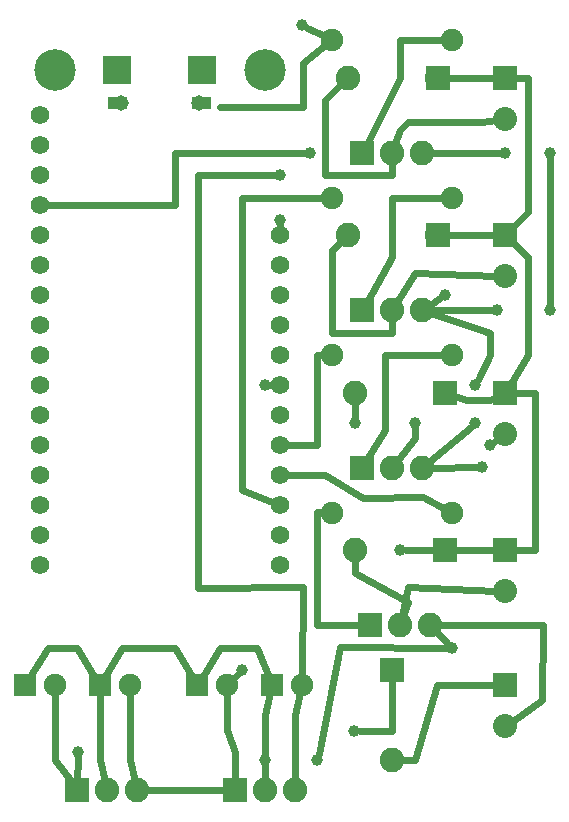
<source format=gbl>
G04 MADE WITH FRITZING*
G04 WWW.FRITZING.ORG*
G04 DOUBLE SIDED*
G04 HOLES PLATED*
G04 CONTOUR ON CENTER OF CONTOUR VECTOR*
%ASAXBY*%
%FSLAX23Y23*%
%MOIN*%
%OFA0B0*%
%SFA1.0B1.0*%
%ADD10C,0.039370*%
%ADD11C,0.082000*%
%ADD12C,0.075000*%
%ADD13C,0.080000*%
%ADD14C,0.138425*%
%ADD15C,0.095000*%
%ADD16C,0.051496*%
%ADD17C,0.062000*%
%ADD18R,0.082000X0.082000*%
%ADD19R,0.075000X0.075000*%
%ADD20R,0.080000X0.080000*%
%ADD21R,0.095000X0.095000*%
%ADD22C,0.024000*%
%ADD23R,0.001000X0.001000*%
%LNCOPPER0*%
G90*
G70*
G54D10*
X1070Y2642D03*
X1096Y2216D03*
X996Y2143D03*
X1746Y2216D03*
X1895Y2216D03*
X1720Y1693D03*
X1895Y1693D03*
X1545Y1743D03*
X1647Y1442D03*
X1446Y1317D03*
X1247Y1317D03*
X1670Y1168D03*
X1571Y566D03*
X1697Y1244D03*
X1647Y1317D03*
X946Y192D03*
X1121Y192D03*
X1396Y893D03*
X870Y493D03*
X1244Y290D03*
X323Y218D03*
X998Y1992D03*
X945Y1442D03*
G54D11*
X321Y92D03*
X421Y92D03*
X521Y92D03*
G54D12*
X721Y442D03*
X821Y442D03*
X971Y442D03*
X1071Y442D03*
G54D11*
X1296Y642D03*
X1396Y642D03*
X1496Y642D03*
X1271Y1167D03*
X1371Y1167D03*
X1471Y1167D03*
X1271Y1692D03*
X1371Y1692D03*
X1471Y1692D03*
X1271Y2217D03*
X1371Y2217D03*
X1471Y2217D03*
G54D13*
X1746Y2467D03*
X1746Y2330D03*
X1746Y892D03*
X1746Y755D03*
X1746Y1417D03*
X1746Y1280D03*
X1746Y1942D03*
X1746Y1805D03*
G54D14*
X246Y2492D03*
G54D15*
X738Y2492D03*
G54D16*
X726Y2382D03*
G54D17*
X196Y842D03*
X196Y942D03*
X196Y1042D03*
X196Y1142D03*
X196Y1242D03*
X196Y1342D03*
X196Y1442D03*
X196Y1542D03*
X196Y1642D03*
G54D14*
X946Y2492D03*
G54D17*
X196Y1742D03*
X196Y1842D03*
X196Y1942D03*
X196Y2042D03*
X196Y2142D03*
X196Y2242D03*
X196Y2342D03*
X996Y1942D03*
X996Y1842D03*
X996Y1742D03*
X996Y1642D03*
X996Y1542D03*
X996Y1442D03*
X996Y1342D03*
X996Y1242D03*
X996Y1142D03*
X996Y1042D03*
X996Y942D03*
X996Y842D03*
G54D16*
X466Y2382D03*
G54D15*
X454Y2492D03*
G54D11*
X846Y92D03*
X946Y92D03*
X1046Y92D03*
X1546Y892D03*
X1248Y892D03*
X1546Y1417D03*
X1248Y1417D03*
X1521Y1942D03*
X1223Y1942D03*
X1521Y2467D03*
X1223Y2467D03*
G54D12*
X1171Y1017D03*
X1571Y1017D03*
X1571Y1542D03*
X1171Y1542D03*
X1571Y2067D03*
X1171Y2067D03*
X1571Y2592D03*
X1171Y2592D03*
X396Y442D03*
X496Y442D03*
X146Y442D03*
X246Y442D03*
G54D11*
X1371Y492D03*
X1371Y194D03*
G54D13*
X1746Y442D03*
X1746Y305D03*
G54D18*
X321Y92D03*
G54D19*
X721Y442D03*
X971Y442D03*
G54D18*
X1296Y642D03*
X1271Y1167D03*
X1271Y1692D03*
X1271Y2217D03*
G54D20*
X1746Y2467D03*
X1746Y892D03*
X1746Y1417D03*
X1746Y1942D03*
G54D21*
X738Y2492D03*
X454Y2492D03*
G54D18*
X846Y92D03*
X1547Y892D03*
X1547Y1417D03*
X1522Y1942D03*
X1522Y2467D03*
G54D19*
X396Y442D03*
X146Y442D03*
G54D18*
X1371Y493D03*
G54D20*
X1746Y442D03*
G54D22*
X1145Y2605D02*
X1087Y2634D01*
D02*
X647Y2216D02*
X1077Y2216D01*
D02*
X647Y2041D02*
X647Y2216D01*
D02*
X723Y2141D02*
X977Y2143D01*
D02*
X1621Y2467D02*
X1715Y2467D01*
D02*
X1553Y2467D02*
X1621Y2467D01*
D02*
X1822Y2018D02*
X1768Y1964D01*
D02*
X1822Y2467D02*
X1822Y2018D01*
D02*
X1777Y2467D02*
X1822Y2467D01*
D02*
X1396Y2292D02*
X1381Y2248D01*
D02*
X1422Y2318D02*
X1396Y2292D01*
D02*
X1670Y2318D02*
X1422Y2318D01*
D02*
X1715Y2325D02*
X1670Y2318D01*
D02*
X964Y1442D02*
X967Y1442D01*
D02*
X1072Y2368D02*
X796Y2368D01*
D02*
X1072Y2517D02*
X1072Y2368D01*
D02*
X1148Y2575D02*
X1072Y2517D01*
D02*
X1396Y2467D02*
X1285Y2246D01*
D02*
X1396Y2593D02*
X1396Y2467D01*
D02*
X1542Y2592D02*
X1396Y2593D01*
D02*
X1145Y2391D02*
X1200Y2445D01*
D02*
X1370Y2143D02*
X1145Y2143D01*
D02*
X1145Y2143D02*
X1145Y2391D01*
D02*
X1370Y2185D02*
X1370Y2143D01*
D02*
X1701Y1693D02*
X1503Y1692D01*
D02*
X1895Y2197D02*
X1895Y1712D01*
D02*
X1503Y2217D02*
X1727Y2216D01*
D02*
X1621Y1942D02*
X1715Y1942D01*
D02*
X1553Y1942D02*
X1621Y1942D01*
D02*
X1822Y1543D02*
X1762Y1444D01*
D02*
X1822Y1617D02*
X1822Y1543D01*
D02*
X1822Y1868D02*
X1822Y1617D01*
D02*
X1768Y1921D02*
X1822Y1868D01*
D02*
X1446Y1816D02*
X1388Y1720D01*
D02*
X1715Y1806D02*
X1446Y1816D01*
D02*
X1370Y1868D02*
X1287Y1720D01*
D02*
X1370Y2067D02*
X1370Y1868D01*
D02*
X1542Y2067D02*
X1370Y2067D01*
D02*
X1171Y1892D02*
X1200Y1920D01*
D02*
X1370Y1617D02*
X1171Y1617D01*
D02*
X1171Y1617D02*
X1171Y1892D01*
D02*
X1370Y1660D02*
X1370Y1617D01*
D02*
X870Y1092D02*
X969Y1053D01*
D02*
X870Y2067D02*
X870Y1092D01*
D02*
X1142Y2067D02*
X870Y2067D01*
D02*
X225Y2042D02*
X647Y2041D01*
D02*
X1529Y1732D02*
X1497Y1710D01*
D02*
X1121Y1244D02*
X1025Y1243D01*
D02*
X1121Y1542D02*
X1121Y1244D01*
D02*
X1142Y1542D02*
X1121Y1542D01*
D02*
X997Y1973D02*
X997Y1971D01*
D02*
X1072Y768D02*
X723Y767D01*
D02*
X723Y767D02*
X723Y2141D01*
D02*
X1071Y471D02*
X1072Y768D01*
D02*
X1697Y1393D02*
X1718Y1403D01*
D02*
X1621Y1393D02*
X1697Y1393D01*
D02*
X1576Y1407D02*
X1621Y1393D01*
D02*
X1697Y1616D02*
X1501Y1682D01*
D02*
X1697Y1543D02*
X1697Y1616D01*
D02*
X1655Y1459D02*
X1697Y1543D01*
D02*
X1495Y1188D02*
X1632Y1304D01*
D02*
X1846Y893D02*
X1777Y893D01*
D02*
X1846Y1416D02*
X1846Y893D01*
D02*
X1777Y1417D02*
X1846Y1416D01*
D02*
X1346Y1293D02*
X1287Y1195D01*
D02*
X1346Y1542D02*
X1346Y1293D01*
D02*
X1542Y1542D02*
X1346Y1542D01*
D02*
X1247Y1336D02*
X1248Y1385D01*
D02*
X1446Y1267D02*
X1446Y1298D01*
D02*
X1390Y1193D02*
X1446Y1267D01*
D02*
X1147Y1143D02*
X1025Y1143D01*
D02*
X1472Y1068D02*
X1273Y1066D01*
D02*
X1273Y1066D02*
X1147Y1143D01*
D02*
X1546Y1030D02*
X1472Y1068D01*
D02*
X1647Y893D02*
X1578Y893D01*
D02*
X1715Y893D02*
X1647Y893D01*
D02*
X1121Y1019D02*
X1142Y1018D01*
D02*
X1121Y642D02*
X1121Y1019D01*
D02*
X1264Y642D02*
X1121Y642D01*
D02*
X1247Y817D02*
X1248Y860D01*
D02*
X1422Y718D02*
X1247Y817D01*
D02*
X1406Y673D02*
X1422Y718D01*
D02*
X1422Y768D02*
X1403Y674D01*
D02*
X1715Y756D02*
X1422Y768D01*
D02*
X1571Y642D02*
X1528Y642D01*
D02*
X1871Y391D02*
X1872Y642D01*
D02*
X1772Y322D02*
X1871Y391D01*
D02*
X1651Y1168D02*
X1503Y1167D01*
D02*
X1519Y620D02*
X1558Y580D01*
D02*
X1697Y642D02*
X1571Y642D01*
D02*
X1872Y642D02*
X1697Y642D01*
D02*
X1721Y1261D02*
X1712Y1255D01*
D02*
X245Y192D02*
X302Y118D01*
D02*
X246Y414D02*
X245Y192D01*
D02*
X397Y192D02*
X396Y414D01*
D02*
X414Y124D02*
X397Y192D01*
D02*
X496Y192D02*
X513Y124D01*
D02*
X496Y414D02*
X496Y192D01*
D02*
X846Y124D02*
X847Y219D01*
D02*
X321Y566D02*
X381Y467D01*
D02*
X222Y566D02*
X321Y566D01*
D02*
X161Y467D02*
X222Y566D01*
D02*
X695Y93D02*
X814Y93D01*
D02*
X553Y93D02*
X695Y93D01*
D02*
X946Y124D02*
X946Y173D01*
D02*
X645Y566D02*
X706Y467D01*
D02*
X470Y566D02*
X645Y566D01*
D02*
X411Y467D02*
X470Y566D01*
D02*
X920Y566D02*
X960Y469D01*
D02*
X797Y566D02*
X920Y566D01*
D02*
X736Y467D02*
X797Y566D01*
D02*
X821Y292D02*
X821Y414D01*
D02*
X847Y219D02*
X821Y292D01*
D02*
X946Y341D02*
X946Y211D01*
D02*
X964Y415D02*
X946Y341D01*
D02*
X1046Y341D02*
X1064Y415D01*
D02*
X1046Y124D02*
X1046Y341D01*
D02*
X1196Y569D02*
X1125Y211D01*
D02*
X1552Y566D02*
X1196Y569D01*
D02*
X1415Y893D02*
X1514Y893D01*
D02*
X841Y463D02*
X857Y479D01*
D02*
X1370Y290D02*
X1371Y460D01*
D02*
X1263Y290D02*
X1370Y290D01*
D02*
X321Y124D02*
X323Y199D01*
D02*
X1446Y193D02*
X1403Y194D01*
D02*
X1519Y444D02*
X1446Y193D01*
D02*
X1715Y443D02*
X1519Y444D01*
G54D23*
X425Y2403D02*
X461Y2403D01*
X470Y2403D02*
X486Y2403D01*
X705Y2403D02*
X720Y2403D01*
X730Y2403D02*
X766Y2403D01*
X424Y2402D02*
X458Y2402D01*
X473Y2402D02*
X486Y2402D01*
X705Y2402D02*
X717Y2402D01*
X733Y2402D02*
X766Y2402D01*
X424Y2401D02*
X455Y2401D01*
X475Y2401D02*
X486Y2401D01*
X705Y2401D02*
X715Y2401D01*
X735Y2401D02*
X766Y2401D01*
X424Y2400D02*
X454Y2400D01*
X477Y2400D02*
X486Y2400D01*
X705Y2400D02*
X713Y2400D01*
X737Y2400D02*
X766Y2400D01*
X424Y2399D02*
X452Y2399D01*
X479Y2399D02*
X486Y2399D01*
X705Y2399D02*
X712Y2399D01*
X738Y2399D02*
X766Y2399D01*
X424Y2398D02*
X451Y2398D01*
X480Y2398D02*
X486Y2398D01*
X705Y2398D02*
X711Y2398D01*
X740Y2398D02*
X766Y2398D01*
X424Y2397D02*
X450Y2397D01*
X481Y2397D02*
X486Y2397D01*
X705Y2397D02*
X710Y2397D01*
X741Y2397D02*
X766Y2397D01*
X424Y2396D02*
X449Y2396D01*
X482Y2396D02*
X486Y2396D01*
X705Y2396D02*
X709Y2396D01*
X741Y2396D02*
X766Y2396D01*
X424Y2395D02*
X448Y2395D01*
X483Y2395D02*
X486Y2395D01*
X705Y2395D02*
X708Y2395D01*
X742Y2395D02*
X766Y2395D01*
X424Y2394D02*
X448Y2394D01*
X483Y2394D02*
X486Y2394D01*
X705Y2394D02*
X707Y2394D01*
X743Y2394D02*
X766Y2394D01*
X424Y2393D02*
X447Y2393D01*
X484Y2393D02*
X486Y2393D01*
X705Y2393D02*
X707Y2393D01*
X744Y2393D02*
X766Y2393D01*
X424Y2392D02*
X447Y2392D01*
X484Y2392D02*
X486Y2392D01*
X705Y2392D02*
X706Y2392D01*
X744Y2392D02*
X766Y2392D01*
X424Y2391D02*
X446Y2391D01*
X485Y2391D02*
X486Y2391D01*
X705Y2391D02*
X706Y2391D01*
X745Y2391D02*
X766Y2391D01*
X424Y2390D02*
X446Y2390D01*
X485Y2390D02*
X486Y2390D01*
X705Y2390D02*
X705Y2390D01*
X745Y2390D02*
X766Y2390D01*
X424Y2389D02*
X445Y2389D01*
X486Y2389D02*
X486Y2389D01*
X705Y2389D02*
X705Y2389D01*
X745Y2389D02*
X766Y2389D01*
X424Y2388D02*
X445Y2388D01*
X486Y2388D02*
X486Y2388D01*
X705Y2388D02*
X705Y2388D01*
X746Y2388D02*
X766Y2388D01*
X424Y2387D02*
X445Y2387D01*
X746Y2387D02*
X766Y2387D01*
X424Y2386D02*
X444Y2386D01*
X746Y2386D02*
X766Y2386D01*
X424Y2385D02*
X444Y2385D01*
X746Y2385D02*
X766Y2385D01*
X424Y2384D02*
X444Y2384D01*
X746Y2384D02*
X766Y2384D01*
X424Y2383D02*
X444Y2383D01*
X746Y2383D02*
X766Y2383D01*
X424Y2382D02*
X444Y2382D01*
X746Y2382D02*
X766Y2382D01*
X424Y2381D02*
X444Y2381D01*
X746Y2381D02*
X766Y2381D01*
X424Y2380D02*
X444Y2380D01*
X746Y2380D02*
X766Y2380D01*
X424Y2379D02*
X445Y2379D01*
X746Y2379D02*
X766Y2379D01*
X424Y2378D02*
X445Y2378D01*
X486Y2378D02*
X486Y2378D01*
X705Y2378D02*
X705Y2378D01*
X746Y2378D02*
X766Y2378D01*
X424Y2377D02*
X445Y2377D01*
X486Y2377D02*
X486Y2377D01*
X705Y2377D02*
X705Y2377D01*
X746Y2377D02*
X766Y2377D01*
X424Y2376D02*
X445Y2376D01*
X485Y2376D02*
X486Y2376D01*
X705Y2376D02*
X705Y2376D01*
X745Y2376D02*
X766Y2376D01*
X424Y2375D02*
X446Y2375D01*
X485Y2375D02*
X486Y2375D01*
X705Y2375D02*
X705Y2375D01*
X745Y2375D02*
X766Y2375D01*
X424Y2374D02*
X446Y2374D01*
X485Y2374D02*
X486Y2374D01*
X705Y2374D02*
X706Y2374D01*
X745Y2374D02*
X766Y2374D01*
X424Y2373D02*
X447Y2373D01*
X484Y2373D02*
X486Y2373D01*
X705Y2373D02*
X706Y2373D01*
X744Y2373D02*
X766Y2373D01*
X424Y2372D02*
X447Y2372D01*
X484Y2372D02*
X486Y2372D01*
X705Y2372D02*
X707Y2372D01*
X743Y2372D02*
X766Y2372D01*
X424Y2371D02*
X448Y2371D01*
X483Y2371D02*
X486Y2371D01*
X705Y2371D02*
X708Y2371D01*
X743Y2371D02*
X766Y2371D01*
X424Y2370D02*
X449Y2370D01*
X482Y2370D02*
X486Y2370D01*
X705Y2370D02*
X708Y2370D01*
X742Y2370D02*
X766Y2370D01*
X424Y2369D02*
X449Y2369D01*
X481Y2369D02*
X486Y2369D01*
X705Y2369D02*
X709Y2369D01*
X741Y2369D02*
X766Y2369D01*
X424Y2368D02*
X450Y2368D01*
X481Y2368D02*
X486Y2368D01*
X705Y2368D02*
X710Y2368D01*
X740Y2368D02*
X766Y2368D01*
X424Y2367D02*
X451Y2367D01*
X479Y2367D02*
X486Y2367D01*
X705Y2367D02*
X711Y2367D01*
X739Y2367D02*
X766Y2367D01*
X424Y2366D02*
X453Y2366D01*
X478Y2366D02*
X486Y2366D01*
X705Y2366D02*
X712Y2366D01*
X738Y2366D02*
X766Y2366D01*
X424Y2365D02*
X454Y2365D01*
X477Y2365D02*
X486Y2365D01*
X705Y2365D02*
X714Y2365D01*
X736Y2365D02*
X766Y2365D01*
X424Y2364D02*
X456Y2364D01*
X475Y2364D02*
X486Y2364D01*
X705Y2364D02*
X716Y2364D01*
X735Y2364D02*
X766Y2364D01*
X424Y2363D02*
X459Y2363D01*
X472Y2363D02*
X486Y2363D01*
X705Y2363D02*
X718Y2363D01*
X732Y2363D02*
X766Y2363D01*
X425Y2362D02*
X461Y2362D01*
X470Y2362D02*
X485Y2362D01*
X705Y2362D02*
X720Y2362D01*
X730Y2362D02*
X766Y2362D01*
D02*
G04 End of Copper0*
M02*
</source>
